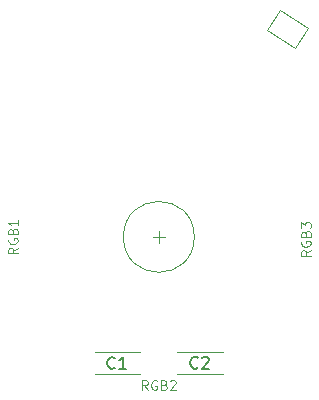
<source format=gto>
%TF.GenerationSoftware,KiCad,Pcbnew,(6.0.4)*%
%TF.CreationDate,2022-04-07T13:26:34+02:00*%
%TF.ProjectId,Little Big Scroll 1,4c697474-6c65-4204-9269-67205363726f,v1.0*%
%TF.SameCoordinates,Original*%
%TF.FileFunction,Legend,Top*%
%TF.FilePolarity,Positive*%
%FSLAX46Y46*%
G04 Gerber Fmt 4.6, Leading zero omitted, Abs format (unit mm)*
G04 Created by KiCad (PCBNEW (6.0.4)) date 2022-04-07 13:26:34*
%MOMM*%
%LPD*%
G01*
G04 APERTURE LIST*
G04 Aperture macros list*
%AMRotRect*
0 Rectangle, with rotation*
0 The origin of the aperture is its center*
0 $1 length*
0 $2 width*
0 $3 Rotation angle, in degrees counterclockwise*
0 Add horizontal line*
21,1,$1,$2,0,0,$3*%
G04 Aperture macros list end*
%ADD10C,0.100000*%
%ADD11C,0.150000*%
%ADD12C,0.120000*%
%ADD13C,1.752600*%
%ADD14R,1.752600X1.752600*%
%ADD15RotRect,1.000000X1.500000X327.000000*%
%ADD16C,3.700000*%
%ADD17C,2.000000*%
%ADD18O,1.400000X2.600000*%
%ADD19R,2.000000X2.000000*%
%ADD20O,1.400000X1.400000*%
%ADD21C,1.400000*%
G04 APERTURE END LIST*
D10*
X67961904Y-61833333D02*
X67580952Y-62100000D01*
X67961904Y-62290476D02*
X67161904Y-62290476D01*
X67161904Y-61985714D01*
X67200000Y-61909523D01*
X67238095Y-61871428D01*
X67314285Y-61833333D01*
X67428571Y-61833333D01*
X67504761Y-61871428D01*
X67542857Y-61909523D01*
X67580952Y-61985714D01*
X67580952Y-62290476D01*
X67200000Y-61071428D02*
X67161904Y-61147619D01*
X67161904Y-61261904D01*
X67200000Y-61376190D01*
X67276190Y-61452380D01*
X67352380Y-61490476D01*
X67504761Y-61528571D01*
X67619047Y-61528571D01*
X67771428Y-61490476D01*
X67847619Y-61452380D01*
X67923809Y-61376190D01*
X67961904Y-61261904D01*
X67961904Y-61185714D01*
X67923809Y-61071428D01*
X67885714Y-61033333D01*
X67619047Y-61033333D01*
X67619047Y-61185714D01*
X67542857Y-60423809D02*
X67580952Y-60309523D01*
X67619047Y-60271428D01*
X67695238Y-60233333D01*
X67809523Y-60233333D01*
X67885714Y-60271428D01*
X67923809Y-60309523D01*
X67961904Y-60385714D01*
X67961904Y-60690476D01*
X67161904Y-60690476D01*
X67161904Y-60423809D01*
X67200000Y-60347619D01*
X67238095Y-60309523D01*
X67314285Y-60271428D01*
X67390476Y-60271428D01*
X67466666Y-60309523D01*
X67504761Y-60347619D01*
X67542857Y-60423809D01*
X67542857Y-60690476D01*
X67161904Y-59966666D02*
X67161904Y-59471428D01*
X67466666Y-59738095D01*
X67466666Y-59623809D01*
X67504761Y-59547619D01*
X67542857Y-59509523D01*
X67619047Y-59471428D01*
X67809523Y-59471428D01*
X67885714Y-59509523D01*
X67923809Y-59547619D01*
X67961904Y-59623809D01*
X67961904Y-59852380D01*
X67923809Y-59928571D01*
X67885714Y-59966666D01*
X54166666Y-73661904D02*
X53900000Y-73280952D01*
X53709523Y-73661904D02*
X53709523Y-72861904D01*
X54014285Y-72861904D01*
X54090476Y-72900000D01*
X54128571Y-72938095D01*
X54166666Y-73014285D01*
X54166666Y-73128571D01*
X54128571Y-73204761D01*
X54090476Y-73242857D01*
X54014285Y-73280952D01*
X53709523Y-73280952D01*
X54928571Y-72900000D02*
X54852380Y-72861904D01*
X54738095Y-72861904D01*
X54623809Y-72900000D01*
X54547619Y-72976190D01*
X54509523Y-73052380D01*
X54471428Y-73204761D01*
X54471428Y-73319047D01*
X54509523Y-73471428D01*
X54547619Y-73547619D01*
X54623809Y-73623809D01*
X54738095Y-73661904D01*
X54814285Y-73661904D01*
X54928571Y-73623809D01*
X54966666Y-73585714D01*
X54966666Y-73319047D01*
X54814285Y-73319047D01*
X55576190Y-73242857D02*
X55690476Y-73280952D01*
X55728571Y-73319047D01*
X55766666Y-73395238D01*
X55766666Y-73509523D01*
X55728571Y-73585714D01*
X55690476Y-73623809D01*
X55614285Y-73661904D01*
X55309523Y-73661904D01*
X55309523Y-72861904D01*
X55576190Y-72861904D01*
X55652380Y-72900000D01*
X55690476Y-72938095D01*
X55728571Y-73014285D01*
X55728571Y-73090476D01*
X55690476Y-73166666D01*
X55652380Y-73204761D01*
X55576190Y-73242857D01*
X55309523Y-73242857D01*
X56071428Y-72938095D02*
X56109523Y-72900000D01*
X56185714Y-72861904D01*
X56376190Y-72861904D01*
X56452380Y-72900000D01*
X56490476Y-72938095D01*
X56528571Y-73014285D01*
X56528571Y-73090476D01*
X56490476Y-73204761D01*
X56033333Y-73661904D01*
X56528571Y-73661904D01*
X43161904Y-61633333D02*
X42780952Y-61900000D01*
X43161904Y-62090476D02*
X42361904Y-62090476D01*
X42361904Y-61785714D01*
X42400000Y-61709523D01*
X42438095Y-61671428D01*
X42514285Y-61633333D01*
X42628571Y-61633333D01*
X42704761Y-61671428D01*
X42742857Y-61709523D01*
X42780952Y-61785714D01*
X42780952Y-62090476D01*
X42400000Y-60871428D02*
X42361904Y-60947619D01*
X42361904Y-61061904D01*
X42400000Y-61176190D01*
X42476190Y-61252380D01*
X42552380Y-61290476D01*
X42704761Y-61328571D01*
X42819047Y-61328571D01*
X42971428Y-61290476D01*
X43047619Y-61252380D01*
X43123809Y-61176190D01*
X43161904Y-61061904D01*
X43161904Y-60985714D01*
X43123809Y-60871428D01*
X43085714Y-60833333D01*
X42819047Y-60833333D01*
X42819047Y-60985714D01*
X42742857Y-60223809D02*
X42780952Y-60109523D01*
X42819047Y-60071428D01*
X42895238Y-60033333D01*
X43009523Y-60033333D01*
X43085714Y-60071428D01*
X43123809Y-60109523D01*
X43161904Y-60185714D01*
X43161904Y-60490476D01*
X42361904Y-60490476D01*
X42361904Y-60223809D01*
X42400000Y-60147619D01*
X42438095Y-60109523D01*
X42514285Y-60071428D01*
X42590476Y-60071428D01*
X42666666Y-60109523D01*
X42704761Y-60147619D01*
X42742857Y-60223809D01*
X42742857Y-60490476D01*
X43161904Y-59271428D02*
X43161904Y-59728571D01*
X43161904Y-59500000D02*
X42361904Y-59500000D01*
X42476190Y-59576190D01*
X42552380Y-59652380D01*
X42590476Y-59728571D01*
D11*
X58413333Y-71757142D02*
X58365714Y-71804761D01*
X58222857Y-71852380D01*
X58127619Y-71852380D01*
X57984761Y-71804761D01*
X57889523Y-71709523D01*
X57841904Y-71614285D01*
X57794285Y-71423809D01*
X57794285Y-71280952D01*
X57841904Y-71090476D01*
X57889523Y-70995238D01*
X57984761Y-70900000D01*
X58127619Y-70852380D01*
X58222857Y-70852380D01*
X58365714Y-70900000D01*
X58413333Y-70947619D01*
X58794285Y-70947619D02*
X58841904Y-70900000D01*
X58937142Y-70852380D01*
X59175238Y-70852380D01*
X59270476Y-70900000D01*
X59318095Y-70947619D01*
X59365714Y-71042857D01*
X59365714Y-71138095D01*
X59318095Y-71280952D01*
X58746666Y-71852380D01*
X59365714Y-71852380D01*
X51383333Y-71787142D02*
X51335714Y-71834761D01*
X51192857Y-71882380D01*
X51097619Y-71882380D01*
X50954761Y-71834761D01*
X50859523Y-71739523D01*
X50811904Y-71644285D01*
X50764285Y-71453809D01*
X50764285Y-71310952D01*
X50811904Y-71120476D01*
X50859523Y-71025238D01*
X50954761Y-70930000D01*
X51097619Y-70882380D01*
X51192857Y-70882380D01*
X51335714Y-70930000D01*
X51383333Y-70977619D01*
X52335714Y-71882380D02*
X51764285Y-71882380D01*
X52050000Y-71882380D02*
X52050000Y-70882380D01*
X51954761Y-71025238D01*
X51859523Y-71120476D01*
X51764285Y-71168095D01*
D12*
X66629500Y-44701165D02*
X64281222Y-43176176D01*
X64281222Y-43176176D02*
X65370500Y-41498835D01*
X65370500Y-41498835D02*
X67718778Y-43023824D01*
X67718778Y-43023824D02*
X66629500Y-44701165D01*
X58118000Y-60706000D02*
G75*
G03*
X58118000Y-60706000I-3000000J0D01*
G01*
X54618000Y-60706000D02*
X55618000Y-60706000D01*
X55118000Y-61206000D02*
X55118000Y-60206000D01*
X56670000Y-70490000D02*
X60510000Y-70490000D01*
X56670000Y-72330000D02*
X60510000Y-72330000D01*
X49690000Y-70490000D02*
X53530000Y-70490000D01*
X49690000Y-72330000D02*
X53530000Y-72330000D01*
D13*
X62738000Y-44736000D03*
X62738000Y-47276000D03*
X62738000Y-49816000D03*
X62738000Y-52356000D03*
X62738000Y-54896000D03*
X62738000Y-57436000D03*
X62738000Y-59976000D03*
X62738000Y-62516000D03*
X62738000Y-65056000D03*
X62738000Y-67596000D03*
X62738000Y-70136000D03*
X62738000Y-72676000D03*
X47498000Y-72676000D03*
X47498000Y-70136000D03*
X47498000Y-67596000D03*
X47498000Y-65056000D03*
X47498000Y-62516000D03*
X47498000Y-59976000D03*
X47498000Y-57436000D03*
X47498000Y-54896000D03*
X47498000Y-52356000D03*
X47498000Y-49816000D03*
X47498000Y-47276000D03*
D14*
X47498000Y-44736000D03*
%LPC*%
D15*
X65454864Y-42745985D03*
X66545136Y-43454015D03*
D13*
X62738000Y-44736000D03*
X62738000Y-47276000D03*
X62738000Y-49816000D03*
X62738000Y-52356000D03*
X62738000Y-54896000D03*
X62738000Y-57436000D03*
X62738000Y-59976000D03*
X62738000Y-62516000D03*
X62738000Y-65056000D03*
X62738000Y-67596000D03*
X62738000Y-70136000D03*
X62738000Y-72676000D03*
X47498000Y-72676000D03*
X47498000Y-70136000D03*
X47498000Y-67596000D03*
X47498000Y-65056000D03*
X47498000Y-62516000D03*
X47498000Y-59976000D03*
X47498000Y-57436000D03*
X47498000Y-54896000D03*
X47498000Y-52356000D03*
X47498000Y-49816000D03*
X47498000Y-47276000D03*
D14*
X47498000Y-44736000D03*
D16*
X67138815Y-48685185D03*
X43097185Y-72726815D03*
X67138815Y-72726815D03*
X43097185Y-48685185D03*
D17*
X52618000Y-53706000D03*
X57618000Y-53706000D03*
D18*
X60418000Y-60706000D03*
X49818000Y-60706000D03*
D17*
X55118000Y-68206000D03*
X57618000Y-68206000D03*
D19*
X52618000Y-68206000D03*
D20*
X61130000Y-71410000D03*
D21*
X56050000Y-71410000D03*
D20*
X54150000Y-71410000D03*
D21*
X49070000Y-71410000D03*
M02*

</source>
